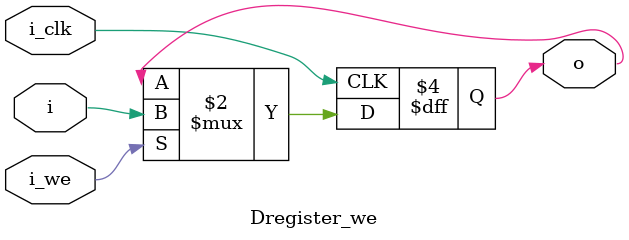
<source format=v>
module Dregister_we #(
        parameter WIDTH = 1,
        parameter [WIDTH-1:0] RESET_VALUE = {WIDTH{1'b0}}
)(
        input   wire    [WIDTH-1:0]     i,
        output  reg     [WIDTH-1:0]     o,
        input   wire                    i_we,
        input   wire                    i_clk
);

always @(posedge i_clk)
        if(i_we) o <= #1 i;

endmodule


</source>
